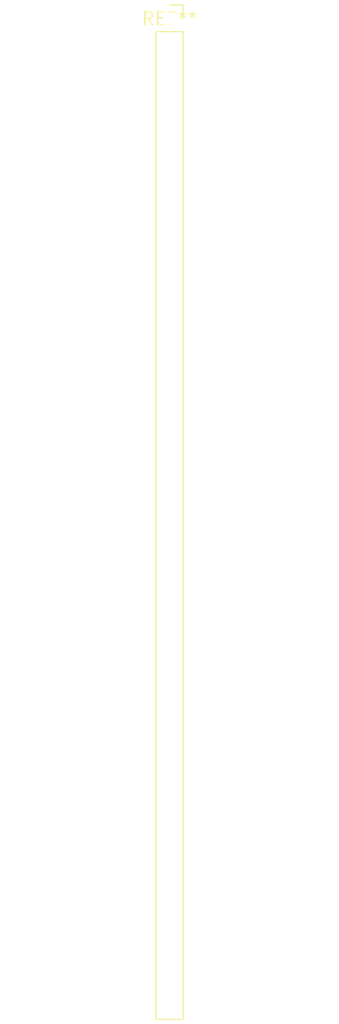
<source format=kicad_pcb>
(kicad_pcb (version 20240108) (generator pcbnew)
  (layers (0 "F.Cu" signal) (31 "B.Cu" signal) (34 "B.Paste" user) (35 "F.Paste" user) (36 "B.SilkS" user "B.Silkscreen") (37 "F.SilkS" user "F.Silkscreen") (38 "B.Mask" user) (39 "F.Mask" user) (44 "Edge.Cuts" user))
  (net 0 "")
  (footprint "PinSocket_1x39_P2.54mm_Vertical" (layer "F.Cu") (at 0 0)
    (property "Reference" "REF**")
    (property "Value" "PinSocket_1x39_P2.54mm_Vertical")
    (fp_line (start -1.33 1.27) (end -1.33 97.85) (layer "F.SilkS") (stroke (width 0.12)))
    (fp_line (start -1.33 1.27) (end 1.33 1.27) (layer "F.SilkS") (stroke (width 0.12)))
    (fp_line (start -1.33 97.85) (end 1.33 97.85) (layer "F.SilkS") (stroke (width 0.12)))
    (fp_line (start 0 -1.33) (end 1.33 -1.33) (layer "F.SilkS") (stroke (width 0.12)))
    (fp_line (start 1.33 -1.33) (end 1.33 0) (layer "F.SilkS") (stroke (width 0.12)))
    (fp_line (start 1.33 1.27) (end 1.33 97.85) (layer "F.SilkS") (stroke (width 0.12)))
    (pad "1" thru_hole rect (at 0 0) (size 1.7 1.7) (drill 1) (layers *.Cu *.Mask) (remove_unused_layers))
    (pad "2" thru_hole oval (at 0 2.54) (size 1.7 1.7) (drill 1) (layers *.Cu *.Mask) (remove_unused_layers))
    (pad "3" thru_hole oval (at 0 5.08) (size 1.7 1.7) (drill 1) (layers *.Cu *.Mask) (remove_unused_layers))
    (pad "4" thru_hole oval (at 0 7.62) (size 1.7 1.7) (drill 1) (layers *.Cu *.Mask) (remove_unused_layers))
    (pad "5" thru_hole oval (at 0 10.16) (size 1.7 1.7) (drill 1) (layers *.Cu *.Mask) (remove_unused_layers))
    (pad "6" thru_hole oval (at 0 12.7) (size 1.7 1.7) (drill 1) (layers *.Cu *.Mask) (remove_unused_layers))
    (pad "7" thru_hole oval (at 0 15.24) (size 1.7 1.7) (drill 1) (layers *.Cu *.Mask) (remove_unused_layers))
    (pad "8" thru_hole oval (at 0 17.78) (size 1.7 1.7) (drill 1) (layers *.Cu *.Mask) (remove_unused_layers))
    (pad "9" thru_hole oval (at 0 20.32) (size 1.7 1.7) (drill 1) (layers *.Cu *.Mask) (remove_unused_layers))
    (pad "10" thru_hole oval (at 0 22.86) (size 1.7 1.7) (drill 1) (layers *.Cu *.Mask) (remove_unused_layers))
    (pad "11" thru_hole oval (at 0 25.4) (size 1.7 1.7) (drill 1) (layers *.Cu *.Mask) (remove_unused_layers))
    (pad "12" thru_hole oval (at 0 27.94) (size 1.7 1.7) (drill 1) (layers *.Cu *.Mask) (remove_unused_layers))
    (pad "13" thru_hole oval (at 0 30.48) (size 1.7 1.7) (drill 1) (layers *.Cu *.Mask) (remove_unused_layers))
    (pad "14" thru_hole oval (at 0 33.02) (size 1.7 1.7) (drill 1) (layers *.Cu *.Mask) (remove_unused_layers))
    (pad "15" thru_hole oval (at 0 35.56) (size 1.7 1.7) (drill 1) (layers *.Cu *.Mask) (remove_unused_layers))
    (pad "16" thru_hole oval (at 0 38.1) (size 1.7 1.7) (drill 1) (layers *.Cu *.Mask) (remove_unused_layers))
    (pad "17" thru_hole oval (at 0 40.64) (size 1.7 1.7) (drill 1) (layers *.Cu *.Mask) (remove_unused_layers))
    (pad "18" thru_hole oval (at 0 43.18) (size 1.7 1.7) (drill 1) (layers *.Cu *.Mask) (remove_unused_layers))
    (pad "19" thru_hole oval (at 0 45.72) (size 1.7 1.7) (drill 1) (layers *.Cu *.Mask) (remove_unused_layers))
    (pad "20" thru_hole oval (at 0 48.26) (size 1.7 1.7) (drill 1) (layers *.Cu *.Mask) (remove_unused_layers))
    (pad "21" thru_hole oval (at 0 50.8) (size 1.7 1.7) (drill 1) (layers *.Cu *.Mask) (remove_unused_layers))
    (pad "22" thru_hole oval (at 0 53.34) (size 1.7 1.7) (drill 1) (layers *.Cu *.Mask) (remove_unused_layers))
    (pad "23" thru_hole oval (at 0 55.88) (size 1.7 1.7) (drill 1) (layers *.Cu *.Mask) (remove_unused_layers))
    (pad "24" thru_hole oval (at 0 58.42) (size 1.7 1.7) (drill 1) (layers *.Cu *.Mask) (remove_unused_layers))
    (pad "25" thru_hole oval (at 0 60.96) (size 1.7 1.7) (drill 1) (layers *.Cu *.Mask) (remove_unused_layers))
    (pad "26" thru_hole oval (at 0 63.5) (size 1.7 1.7) (drill 1) (layers *.Cu *.Mask) (remove_unused_layers))
    (pad "27" thru_hole oval (at 0 66.04) (size 1.7 1.7) (drill 1) (layers *.Cu *.Mask) (remove_unused_layers))
    (pad "28" thru_hole oval (at 0 68.58) (size 1.7 1.7) (drill 1) (layers *.Cu *.Mask) (remove_unused_layers))
    (pad "29" thru_hole oval (at 0 71.12) (size 1.7 1.7) (drill 1) (layers *.Cu *.Mask) (remove_unused_layers))
    (pad "30" thru_hole oval (at 0 73.66) (size 1.7 1.7) (drill 1) (layers *.Cu *.Mask) (remove_unused_layers))
    (pad "31" thru_hole oval (at 0 76.2) (size 1.7 1.7) (drill 1) (layers *.Cu *.Mask) (remove_unused_layers))
    (pad "32" thru_hole oval (at 0 78.74) (size 1.7 1.7) (drill 1) (layers *.Cu *.Mask) (remove_unused_layers))
    (pad "33" thru_hole oval (at 0 81.28) (size 1.7 1.7) (drill 1) (layers *.Cu *.Mask) (remove_unused_layers))
    (pad "34" thru_hole oval (at 0 83.82) (size 1.7 1.7) (drill 1) (layers *.Cu *.Mask) (remove_unused_layers))
    (pad "35" thru_hole oval (at 0 86.36) (size 1.7 1.7) (drill 1) (layers *.Cu *.Mask) (remove_unused_layers))
    (pad "36" thru_hole oval (at 0 88.9) (size 1.7 1.7) (drill 1) (layers *.Cu *.Mask) (remove_unused_layers))
    (pad "37" thru_hole oval (at 0 91.44) (size 1.7 1.7) (drill 1) (layers *.Cu *.Mask) (remove_unused_layers))
    (pad "38" thru_hole oval (at 0 93.98) (size 1.7 1.7) (drill 1) (layers *.Cu *.Mask) (remove_unused_layers))
    (pad "39" thru_hole oval (at 0 96.52) (size 1.7 1.7) (drill 1) (layers *.Cu *.Mask) (remove_unused_layers))
  )
)
</source>
